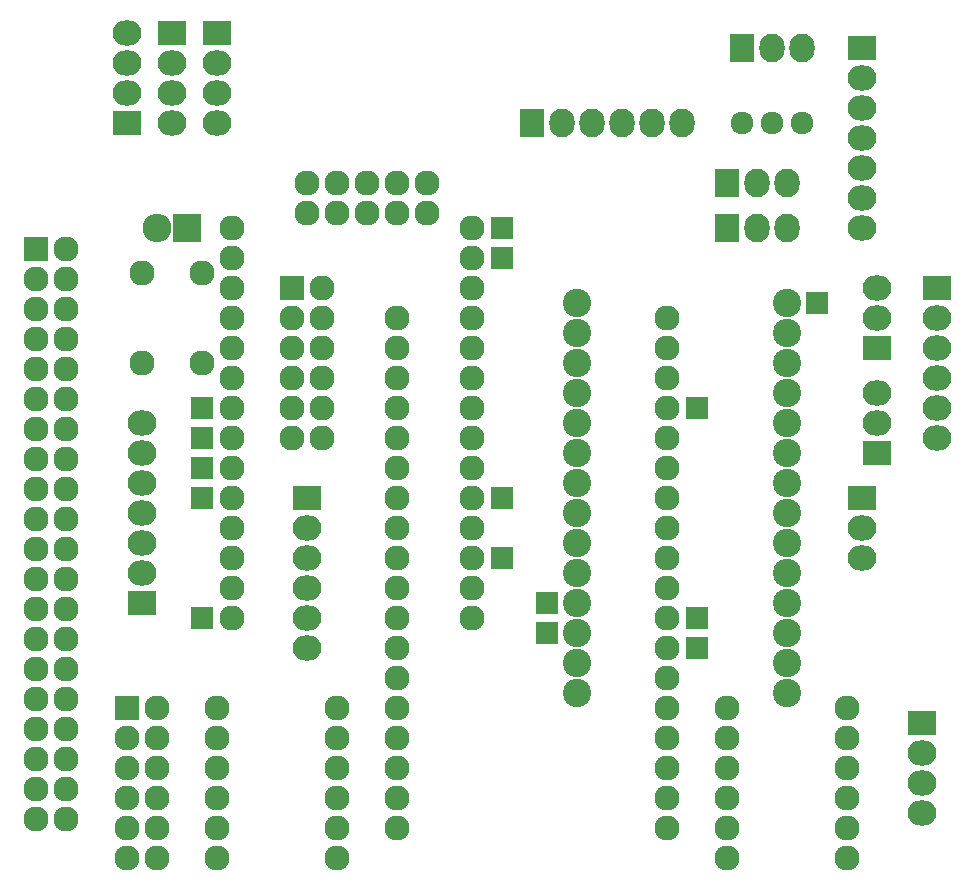
<source format=gbr>
G04 #@! TF.FileFunction,Soldermask,Bot*
%FSLAX46Y46*%
G04 Gerber Fmt 4.6, Leading zero omitted, Abs format (unit mm)*
G04 Created by KiCad (PCBNEW 4.0.7+dfsg1-1~bpo8+1) date Mon Jun  4 12:39:51 2018*
%MOMM*%
%LPD*%
G01*
G04 APERTURE LIST*
%ADD10C,0.100000*%
%ADD11R,2.432000X2.127200*%
%ADD12O,2.432000X2.127200*%
%ADD13R,1.900000X1.900000*%
%ADD14R,2.432000X2.432000*%
%ADD15O,2.432000X2.432000*%
%ADD16R,2.127200X2.127200*%
%ADD17O,2.127200X2.127200*%
%ADD18R,2.127200X2.432000*%
%ADD19O,2.127200X2.432000*%
%ADD20C,1.924000*%
%ADD21C,2.400000*%
%ADD22C,2.127200*%
G04 APERTURE END LIST*
D10*
D11*
X179070000Y-97790000D03*
D12*
X179070000Y-100330000D03*
X179070000Y-102870000D03*
D11*
X179070000Y-59690000D03*
D12*
X179070000Y-62230000D03*
X179070000Y-64770000D03*
X179070000Y-67310000D03*
X179070000Y-69850000D03*
X179070000Y-72390000D03*
X179070000Y-74930000D03*
D13*
X123190000Y-107950000D03*
X123190000Y-97790000D03*
X123190000Y-95250000D03*
X123190000Y-92710000D03*
X123190000Y-90170000D03*
X148590000Y-102870000D03*
X148590000Y-97790000D03*
X148590000Y-77470000D03*
X148590000Y-74930000D03*
X175260000Y-81280000D03*
X152400000Y-106680000D03*
X152400000Y-109220000D03*
X165100000Y-90170000D03*
X165100000Y-107950000D03*
X165100000Y-110490000D03*
D14*
X121920000Y-74930000D03*
D15*
X119380000Y-74930000D03*
D16*
X116840000Y-115570000D03*
D17*
X119380000Y-115570000D03*
X116840000Y-118110000D03*
X119380000Y-118110000D03*
X116840000Y-120650000D03*
X119380000Y-120650000D03*
X116840000Y-123190000D03*
X119380000Y-123190000D03*
X116840000Y-125730000D03*
X119380000Y-125730000D03*
X116840000Y-128270000D03*
X119380000Y-128270000D03*
D16*
X130810000Y-80010000D03*
D17*
X133350000Y-80010000D03*
X130810000Y-82550000D03*
X133350000Y-82550000D03*
X130810000Y-85090000D03*
X133350000Y-85090000D03*
X130810000Y-87630000D03*
X133350000Y-87630000D03*
X130810000Y-90170000D03*
X133350000Y-90170000D03*
X130810000Y-92710000D03*
X133350000Y-92710000D03*
D11*
X120650000Y-58420000D03*
D12*
X120650000Y-60960000D03*
X120650000Y-63500000D03*
X120650000Y-66040000D03*
D11*
X132080000Y-97790000D03*
D12*
X132080000Y-100330000D03*
X132080000Y-102870000D03*
X132080000Y-105410000D03*
X132080000Y-107950000D03*
X132080000Y-110490000D03*
D11*
X124460000Y-58420000D03*
D12*
X124460000Y-60960000D03*
X124460000Y-63500000D03*
X124460000Y-66040000D03*
D11*
X118110000Y-106680000D03*
D12*
X118110000Y-104140000D03*
X118110000Y-101600000D03*
X118110000Y-99060000D03*
X118110000Y-96520000D03*
X118110000Y-93980000D03*
X118110000Y-91440000D03*
D11*
X185420000Y-80010000D03*
D12*
X185420000Y-82550000D03*
X185420000Y-85090000D03*
X185420000Y-87630000D03*
X185420000Y-90170000D03*
X185420000Y-92710000D03*
D18*
X151130000Y-66040000D03*
D19*
X153670000Y-66040000D03*
X156210000Y-66040000D03*
X158750000Y-66040000D03*
X161290000Y-66040000D03*
X163830000Y-66040000D03*
D18*
X168910000Y-59690000D03*
D19*
X171450000Y-59690000D03*
X173990000Y-59690000D03*
D11*
X184150000Y-116840000D03*
D12*
X184150000Y-119380000D03*
X184150000Y-121920000D03*
X184150000Y-124460000D03*
D18*
X167640000Y-74930000D03*
D19*
X170180000Y-74930000D03*
X172720000Y-74930000D03*
D18*
X167640000Y-71120000D03*
D19*
X170180000Y-71120000D03*
X172720000Y-71120000D03*
D11*
X180340000Y-93980000D03*
D12*
X180340000Y-91440000D03*
X180340000Y-88900000D03*
D11*
X180340000Y-85090000D03*
D12*
X180340000Y-82550000D03*
X180340000Y-80010000D03*
D11*
X116840000Y-66040000D03*
D12*
X116840000Y-63500000D03*
X116840000Y-60960000D03*
X116840000Y-58420000D03*
D20*
X171450000Y-66040000D03*
X173990000Y-66040000D03*
X168910000Y-66040000D03*
D16*
X109093000Y-76708000D03*
D17*
X111633000Y-76708000D03*
X109093000Y-79248000D03*
X111633000Y-79248000D03*
X109093000Y-81788000D03*
X111633000Y-81788000D03*
X109093000Y-84328000D03*
X111633000Y-84328000D03*
X109093000Y-86868000D03*
X111633000Y-86868000D03*
X109093000Y-89408000D03*
X111633000Y-89408000D03*
X109093000Y-91948000D03*
X111633000Y-91948000D03*
X109093000Y-94488000D03*
X111633000Y-94488000D03*
X109093000Y-97028000D03*
X111633000Y-97028000D03*
X109093000Y-99568000D03*
X111633000Y-99568000D03*
X109093000Y-102108000D03*
X111633000Y-102108000D03*
X109093000Y-104648000D03*
X111633000Y-104648000D03*
X109093000Y-107188000D03*
X111633000Y-107188000D03*
X109093000Y-109728000D03*
X111633000Y-109728000D03*
X109093000Y-112268000D03*
X111633000Y-112268000D03*
X109093000Y-114808000D03*
X111633000Y-114808000D03*
X109093000Y-117348000D03*
X111633000Y-117348000D03*
X109093000Y-119888000D03*
X111633000Y-119888000D03*
X109093000Y-122428000D03*
X111633000Y-122428000D03*
X109093000Y-124968000D03*
X111633000Y-124968000D03*
D21*
X172720000Y-81280000D03*
X172720000Y-83820000D03*
X172720000Y-86360000D03*
X172720000Y-88900000D03*
X172720000Y-91440000D03*
X172720000Y-93980000D03*
X172720000Y-96520000D03*
X172720000Y-99060000D03*
X172720000Y-101600000D03*
X172720000Y-104140000D03*
X172720000Y-106680000D03*
X172720000Y-109220000D03*
X172720000Y-111760000D03*
X172720000Y-114300000D03*
X154940000Y-114300000D03*
X154940000Y-111760000D03*
X154940000Y-109220000D03*
X154940000Y-106680000D03*
X154940000Y-104140000D03*
X154940000Y-101600000D03*
X154940000Y-99060000D03*
X154940000Y-96520000D03*
X154940000Y-93980000D03*
X154940000Y-91440000D03*
X154940000Y-88900000D03*
X154940000Y-86360000D03*
X154940000Y-83820000D03*
X154940000Y-81280000D03*
D22*
X118110000Y-86360000D03*
X118110000Y-78740000D03*
X123190000Y-78740000D03*
X123190000Y-86360000D03*
X124460000Y-115570000D03*
X124460000Y-118110000D03*
X124460000Y-120650000D03*
X124460000Y-123190000D03*
X124460000Y-125730000D03*
X124460000Y-128270000D03*
X134620000Y-128270000D03*
X134620000Y-125730000D03*
X134620000Y-123190000D03*
X134620000Y-120650000D03*
X134620000Y-118110000D03*
X134620000Y-115570000D03*
X167640000Y-115570000D03*
X167640000Y-118110000D03*
X167640000Y-120650000D03*
X167640000Y-123190000D03*
X167640000Y-125730000D03*
X167640000Y-128270000D03*
X177800000Y-128270000D03*
X177800000Y-125730000D03*
X177800000Y-123190000D03*
X177800000Y-120650000D03*
X177800000Y-118110000D03*
X177800000Y-115570000D03*
X162560000Y-125730000D03*
X162560000Y-123190000D03*
X162560000Y-120650000D03*
X162560000Y-118110000D03*
X162560000Y-115570000D03*
X162560000Y-113030000D03*
X162560000Y-110490000D03*
X162560000Y-107950000D03*
X162560000Y-105410000D03*
X162560000Y-102870000D03*
X162560000Y-100330000D03*
X162560000Y-97790000D03*
X162560000Y-95250000D03*
X162560000Y-92710000D03*
X162560000Y-90170000D03*
X162560000Y-87630000D03*
X162560000Y-85090000D03*
X162560000Y-82550000D03*
X139700000Y-125730000D03*
X139700000Y-123190000D03*
X139700000Y-120650000D03*
X139700000Y-118110000D03*
X139700000Y-115570000D03*
X139700000Y-113030000D03*
X139700000Y-110490000D03*
X139700000Y-107950000D03*
X139700000Y-105410000D03*
X139700000Y-102870000D03*
X139700000Y-100330000D03*
X139700000Y-97790000D03*
X139700000Y-95250000D03*
X139700000Y-92710000D03*
X139700000Y-90170000D03*
X139700000Y-87630000D03*
X139700000Y-85090000D03*
X139700000Y-82550000D03*
X142240000Y-71120000D03*
X142240000Y-73660000D03*
X139700000Y-71120000D03*
X139700000Y-73660000D03*
X137160000Y-71120000D03*
X137160000Y-73660000D03*
X134620000Y-71120000D03*
X134620000Y-73660000D03*
X132080000Y-71120000D03*
X132080000Y-73660000D03*
X125730000Y-107950000D03*
X125730000Y-105410000D03*
X125730000Y-102870000D03*
X125730000Y-100330000D03*
X125730000Y-97790000D03*
X125730000Y-95250000D03*
X125730000Y-92710000D03*
X125730000Y-90170000D03*
X125730000Y-87630000D03*
X125730000Y-85090000D03*
X125730000Y-82550000D03*
X125730000Y-80010000D03*
X125730000Y-77470000D03*
X125730000Y-74930000D03*
X146050000Y-74930000D03*
X146050000Y-77470000D03*
X146050000Y-80010000D03*
X146050000Y-82550000D03*
X146050000Y-85090000D03*
X146050000Y-87630000D03*
X146050000Y-90170000D03*
X146050000Y-92710000D03*
X146050000Y-95250000D03*
X146050000Y-97790000D03*
X146050000Y-100330000D03*
X146050000Y-102870000D03*
X146050000Y-105410000D03*
X146050000Y-107950000D03*
M02*

</source>
